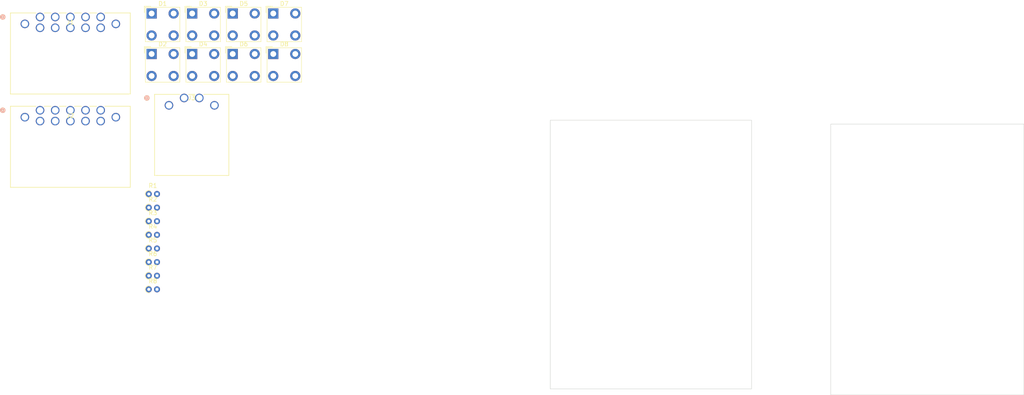
<source format=kicad_pcb>
(kicad_pcb (version 20221018) (generator pcbnew)
  (layers (0 "F.Cu" signal) (31 "B.Cu" signal) (34 "B.Paste" user) (35 "F.Paste" user) (36 "B.SilkS" user "B.Silkscreen") (37 "F.SilkS" user "F.Silkscreen") (38 "B.Mask" user) (39 "F.Mask" user) (44 "Edge.Cuts" user))
  (net 0 "")
  (net 1 "/Main Board/10P1")
  (net 2 "Net-(D1-A)")
  (net 3 "/Main Board/10P2")
  (net 4 "/Main Board/10P3")
  (net 5 "/Main Board/10P4")
  (net 6 "/Main Board/10P5")
  (net 7 "/Main Board/10P6")
  (net 8 "/Main Board/10P7")
  (net 9 "/Main Board/10P8")
  (net 10 "/Main Board/GND")
  (net 11 "/Connector Board/10P1")
  (net 12 "/Connector Board/10P2")
  (net 13 "/Connector Board/10P3")
  (net 14 "/Connector Board/10P4")
  (net 15 "/Connector Board/10P5")
  (net 16 "/Connector Board/10P6")
  (net 17 "/Connector Board/10P7")
  (net 18 "/Connector Board/10P8")
  (net 19 "/Connector Board/GND")
  (footprint "Resistor_THT:R_Axial_DIN0204_L3.6mm_D1.6mm_P1.90mm_Vertical" (layer "F.Cu") (at -56.6124 70.2353)
    (fp_text reference "R7" (at 0.95 -1.92) (layer "F.SilkS"))
    (fp_text value "R_Photo")
    (fp_arc (start 0.320095 0.749359) (mid -0.813042 -0.054435) (end 0.417133 -0.7) (stroke (width 0.12)) (layer "F.SilkS"))
    (pad "1" thru_hole circle (at 0 0) (size 1.4 1.4) (drill 0.7) (layers "*.Cu" "*.Mask") (net 17 "/Connector Board/10P7"))
    (pad "2" thru_hole oval (at 1.9 0) (size 1.4 1.4) (drill 0.7) (layers "*.Cu" "*.Mask") (net 19 "/Connector Board/GND"))
  )
  (footprint "Resistor_THT:R_Axial_DIN0204_L3.6mm_D1.6mm_P1.90mm_Vertical" (layer "F.Cu") (at -56.6124 51.3353)
    (fp_text reference "R1" (at 0.95 -1.92) (layer "F.SilkS"))
    (fp_text value "R_Photo")
    (fp_arc (start 0.320095 0.749359) (mid -0.813042 -0.054435) (end 0.417133 -0.7) (stroke (width 0.12)) (layer "F.SilkS"))
    (pad "1" thru_hole circle (at 0 0) (size 1.4 1.4) (drill 0.7) (layers "*.Cu" "*.Mask") (net 11 "/Connector Board/10P1"))
    (pad "2" thru_hole oval (at 1.9 0) (size 1.4 1.4) (drill 0.7) (layers "*.Cu" "*.Mask") (net 19 "/Connector Board/GND"))
  )
  (footprint "Resistor_THT:R_Axial_DIN0204_L3.6mm_D1.6mm_P1.90mm_Vertical" (layer "F.Cu") (at -56.6124 67.0853)
    (fp_text reference "R6" (at 0.95 -1.92) (layer "F.SilkS"))
    (fp_text value "R_Photo")
    (fp_arc (start 0.320095 0.749359) (mid -0.813042 -0.054435) (end 0.417133 -0.7) (stroke (width 0.12)) (layer "F.SilkS"))
    (pad "1" thru_hole circle (at 0 0) (size 1.4 1.4) (drill 0.7) (layers "*.Cu" "*.Mask") (net 16 "/Connector Board/10P6"))
    (pad "2" thru_hole oval (at 1.9 0) (size 1.4 1.4) (drill 0.7) (layers "*.Cu" "*.Mask") (net 19 "/Connector Board/GND"))
  )
  (footprint "Resistor_THT:R_Axial_DIN0204_L3.6mm_D1.6mm_P1.90mm_Vertical" (layer "F.Cu") (at -56.6124 63.9353)
    (fp_text reference "R5" (at 0.95 -1.92) (layer "F.SilkS"))
    (fp_text value "R_Photo")
    (fp_arc (start 0.320095 0.749359) (mid -0.813042 -0.054435) (end 0.417133 -0.7) (stroke (width 0.12)) (layer "F.SilkS"))
    (pad "1" thru_hole circle (at 0 0) (size 1.4 1.4) (drill 0.7) (layers "*.Cu" "*.Mask") (net 15 "/Connector Board/10P5"))
    (pad "2" thru_hole oval (at 1.9 0) (size 1.4 1.4) (drill 0.7) (layers "*.Cu" "*.Mask") (net 19 "/Connector Board/GND"))
  )
  (footprint "LED_THT:LED_BL-FL7680RGB" (layer "F.Cu") (at -27.8724 18.9753)
    (fp_text reference "D8" (at 2.54 -2.27) (layer "F.SilkS"))
    (fp_text value "LED")
    (fp_line (start -1.675 -1.675) (end -0.185 -1.675) (stroke (width 0.12)) (layer "F.SilkS"))
    (fp_line (start -1.675 -0.185) (end -1.675 -1.675) (stroke (width 0.12)) (layer "F.SilkS"))
    (fp_line (start -1.435 -1.435) (end -1.435 6.515) (stroke (width 0.12)) (layer "F.SilkS"))
    (fp_line (start -1.435 6.515) (end 6.515 6.515) (stroke (width 0.12)) (layer "F.SilkS"))
    (fp_line (start 6.515 -1.435) (end -1.435 -1.435) (stroke (width 0.12)) (layer "F.SilkS"))
    (fp_line (start 6.515 6.515) (end 6.515 -1.435) (stroke (width 0.12)) (layer "F.SilkS"))
    (pad "1" thru_hole rect (at 0 0) (size 2.35 2.35) (drill 1.35) (layers "*.Cu" "*.Mask") (net 9 "/Main Board/10P8"))
    (pad "2" thru_hole circle (at 0 5.08) (size 2.35 2.35) (drill 1.35) (layers "*.Cu" "*.Mask") (net 2 "Net-(D1-A)"))
    (pad "3" thru_hole circle (at 5.08 5.08) (size 2.35 2.35) (drill 1.35) (layers "*.Cu" "*.Mask"))
    (pad "4" thru_hole circle (at 5.08 0) (size 2.35 2.35) (drill 1.35) (layers "*.Cu" "*.Mask"))
  )
  (footprint "LED_THT:LED_BL-FL7680RGB" (layer "F.Cu") (at -55.9524 9.6153)
    (fp_text reference "D1" (at 2.54 -2.27) (layer "F.SilkS"))
    (fp_text value "LED")
    (fp_line (start -1.675 -1.675) (end -0.185 -1.675) (stroke (width 0.12)) (layer "F.SilkS"))
    (fp_line (start -1.675 -0.185) (end -1.675 -1.675) (stroke (width 0.12)) (layer "F.SilkS"))
    (fp_line (start -1.435 -1.435) (end -1.435 6.515) (stroke (width 0.12)) (layer "F.SilkS"))
    (fp_line (start -1.435 6.515) (end 6.515 6.515) (stroke (width 0.12)) (layer "F.SilkS"))
    (fp_line (start 6.515 -1.435) (end -1.435 -1.435) (stroke (width 0.12)) (layer "F.SilkS"))
    (fp_line (start 6.515 6.515) (end 6.515 -1.435) (stroke (width 0.12)) (layer "F.SilkS"))
    (pad "1" thru_hole rect (at 0 0) (size 2.35 2.35) (drill 1.35) (layers "*.Cu" "*.Mask") (net 1 "/Main Board/10P1"))
    (pad "2" thru_hole circle (at 0 5.08) (size 2.35 2.35) (drill 1.35) (layers "*.Cu" "*.Mask") (net 2 "Net-(D1-A)"))
    (pad "3" thru_hole circle (at 5.08 5.08) (size 2.35 2.35) (drill 1.35) (layers "*.Cu" "*.Mask"))
    (pad "4" thru_hole circle (at 5.08 0) (size 2.35 2.35) (drill 1.35) (layers "*.Cu" "*.Mask"))
  )
  (footprint "10 Pin:xw4m-10d2-h1ds" (layer "F.Cu") (at -81.714101 31.9817)
    (fp_text reference "J2" (at 7.000001 1.25 unlocked) (layer "F.SilkS"))
    (fp_text value "XW4M-10D2-H1DS")
    (fp_circle (center -8.608299 0) (end -8.227299 0) (stroke (width 0.508)) (fill none) (layer "B.SilkS"))
    (fp_line (start -6.830299 -0.927) (end -6.830299 17.8182) (stroke (width 0.1524)) (layer "F.SilkS"))
    (fp_line (start -6.830299 17.8182) (end 20.830301 17.8182) (stroke (width 0.1524)) (layer "F.SilkS"))
    (fp_line (start -0.944404 -0.927) (end -6.830299 -0.927) (stroke (width 0.1524)) (layer "F.SilkS"))
    (fp_line (start 2.555596 -0.927) (end 0.944405 -0.927) (stroke (width 0.1524)) (layer "F.SilkS"))
    (fp_line (start 6.055597 -0.927) (end 4.444405 -0.927) (stroke (width 0.1524)) (layer "F.SilkS"))
    (fp_line (start 9.555597 -0.927) (end 7.944406 -0.927) (stroke (width 0.1524)) (layer "F.SilkS"))
    (fp_line (start 13.055598 -0.927) (end 11.444407 -0.927) (stroke (width 0.1524)) (layer "F.SilkS"))
    (fp_line (start 20.830301 -0.927) (end 14.944407 -0.927) (stroke (width 0.1524)) (layer "F.SilkS"))
    (fp_line (start 20.830301 17.8182) (end 20.830301 -0.927) (stroke (width 0.1524)) (layer "F.SilkS"))
    (fp_circle (center -8.608299 0) (end -8.227299 0) (stroke (width 0.508)) (fill none) (layer "F.SilkS"))
    (pad "1" thru_hole circle (at 0 0) (size 1.9812 1.9812) (drill 1.4732) (layers "*.Cu" "*.Mask") (net 11 "/Connector Board/10P1"))
    (pad "2" thru_hole circle (at 3.500001 0) (size 1.9812 1.9812) (drill 1.4732) (layers "*.Cu" "*.Mask") (net 12 "/Connector Board/10P2"))
    (pad "3" thru_hole circle (at 7.000001 0) (size 1.9812 1.9812) (drill 1.4732) (layers "*.Cu" "*.Mask") (net 13 "/Connector Board/10P3"))
    (pad "4" thru_hole circle (at 10.500002 0) (size 1.9812 1.9812) (drill 1.4732) (layers "*.Cu" "*.Mask") (net 14 "/Connector Board/10P4"))
    (pad "5" thru_hole circle (at 14.000003 0) (size 1.9812 1.9812) (drill 1.4732) (layers "*.Cu" "*.Mask") (net 15 "/Connector Board/10P5"))
    (pad "6" thru_hole circle (at 0 2.5) (size 1.9812 1.9812) (drill 1.4732) (layers "*.Cu" "*.Mask") (net 16 "/Connector Board/10P6"))
    (pad "7" thru_hole circle (at 3.500001 2.5) (size 1.9812 1.9812) (drill 1.4732) (layers "*.Cu" "*.Mask") (net 17 "/Connector Board/10P7"))
    (pad "8" thru_hole circle (at 7.000001 2.5) (size 1.9812 1.9812) (drill 1.4732) (layers "*.Cu" "*.Mask") (net 18 "/Connector Board/10P8"))
    (pad "9" thru_hole circle (at 10.500002 2.5) (size 1.9812 1.9812) (drill 1.4732) (layers "*.Cu" "*.Mask") (net 19 "/Connector Board/GND"))
    (pad "10" thru_hole circle (at 14.000003 2.5) (size 1.9812 1.9812) (drill 1.4732) (layers "*.Cu" "*.Mask") (net 19 "/Connector Board/GND"))
    (pad "11" thru_hole circle (at -3.5 1.600012) (size 1.9812 1.9812) (drill 1.4732) (layers "*.Cu" "*.Mask"))
    (pad "12" thru_hole circle (at 17.500003 1.600012) (size 1.9812 1.9812) (drill 1.4732) (layers "*.Cu" "*.Mask"))
  )
  (footprint "LED_THT:LED_BL-FL7680RGB" (layer "F.Cu") (at -46.5924 9.6153)
    (fp_text reference "D3" (at 2.54 -2.27) (layer "F.SilkS"))
    (fp_text value "LED")
    (fp_line (start -1.675 -1.675) (end -0.185 -1.675) (stroke (width 0.12)) (layer "F.SilkS"))
    (fp_line (start -1.675 -0.185) (end -1.675 -1.675) (stroke (width 0.12)) (layer "F.SilkS"))
    (fp_line (start -1.435 -1.435) (end -1.435 6.515) (stroke (width 0.12)) (layer "F.SilkS"))
    (fp_line (start -1.435 6.515) (end 6.515 6.515) (stroke (width 0.12)) (layer "F.SilkS"))
    (fp_line (start 6.515 -1.435) (end -1.435 -1.435) (stroke (width 0.12)) (layer "F.SilkS"))
    (fp_line (start 6.515 6.515) (end 6.515 -1.435) (stroke (width 0.12)) (layer "F.SilkS"))
    (pad "1" thru_hole rect (at 0 0) (size 2.35 2.35) (drill 1.35) (layers "*.Cu" "*.Mask") (net 4 "/Main Board/10P3"))
    (pad "2" thru_hole circle (at 0 5.08) (size 2.35 2.35) (drill 1.35) (layers "*.Cu" "*.Mask") (net 2 "Net-(D1-A)"))
    (pad "3" thru_hole circle (at 5.08 5.08) (size 2.35 2.35) (drill 1.35) (layers "*.Cu" "*.Mask"))
    (pad "4" thru_hole circle (at 5.08 0) (size 2.35 2.35) (drill 1.35) (layers "*.Cu" "*.Mask"))
  )
  (footprint "Resistor_THT:R_Axial_DIN0204_L3.6mm_D1.6mm_P1.90mm_Vertical" (layer "F.Cu") (at -56.6124 54.4853)
    (fp_text reference "R2" (at 0.95 -1.92) (layer "F.SilkS"))
    (fp_text value "R_Photo")
    (fp_arc (start 0.320095 0.749359) (mid -0.813042 -0.054435) (end 0.417133 -0.7) (stroke (width 0.12)) (layer "F.SilkS"))
    (pad "1" thru_hole circle (at 0 0) (size 1.4 1.4) (drill 0.7) (layers "*.Cu" "*.Mask") (net 12 "/Connector Board/10P2"))
    (pad "2" thru_hole oval (at 1.9 0) (size 1.4 1.4) (drill 0.7) (layers "*.Cu" "*.Mask") (net 19 "/Connector Board/GND"))
  )
  (footprint "LED_THT:LED_BL-FL7680RGB" (layer "F.Cu") (at -27.8724 9.6153)
    (fp_text reference "D7" (at 2.54 -2.27) (layer "F.SilkS"))
    (fp_text value "LED")
    (fp_line (start -1.675 -1.675) (end -0.185 -1.675) (stroke (width 0.12)) (layer "F.SilkS"))
    (fp_line (start -1.675 -0.185) (end -1.675 -1.675) (stroke (width 0.12)) (layer "F.SilkS"))
    (fp_line (start -1.435 -1.435) (end -1.435 6.515) (stroke (width 0.12)) (layer "F.SilkS"))
    (fp_line (start -1.435 6.515) (end 6.515 6.515) (stroke (width 0.12)) (layer "F.SilkS"))
    (fp_line (start 6.515 -1.435) (end -1.435 -1.435) (stroke (width 0.12)) (layer "F.SilkS"))
    (fp_line (start 6.515 6.515) (end 6.515 -1.435) (stroke (width 0.12)) (layer "F.SilkS"))
    (pad "1" thru_hole rect (at 0 0) (size 2.35 2.35) (drill 1.35) (layers "*.Cu" "*.Mask") (net 8 "/Main Board/10P7"))
    (pad "2" thru_hole circle (at 0 5.08) (size 2.35 2.35) (drill 1.35) (layers "*.Cu" "*.Mask") (net 2 "Net-(D1-A)"))
    (pad "3" thru_hole circle (at 5.08 5.08) (size 2.35 2.35) (drill 1.35) (layers "*.Cu" "*.Mask"))
    (pad "4" thru_hole circle (at 5.08 0) (size 2.35 2.35) (drill 1.35) (layers "*.Cu" "*.Mask"))
  )
  (footprint "Resistor_THT:R_Axial_DIN0204_L3.6mm_D1.6mm_P1.90mm_Vertical" (layer "F.Cu") (at -56.6124 60.7853)
    (fp_text reference "R4" (at 0.95 -1.92) (layer "F.SilkS"))
    (fp_text value "R_Photo")
    (fp_arc (start 0.320095 0.749359) (mid -0.813042 -0.054435) (end 0.417133 -0.7) (stroke (width 0.12)) (layer "F.SilkS"))
    (pad "1" thru_hole circle (at 0 0) (size 1.4 1.4) (drill 0.7) (layers "*.Cu" "*.Mask") (net 14 "/Connector Board/10P4"))
    (pad "2" thru_hole oval (at 1.9 0) (size 1.4 1.4) (drill 0.7) (layers "*.Cu" "*.Mask") (net 19 "/Connector Board/GND"))
  )
  (footprint "10 Pin:xw4m-10d2-h1ds" (layer "F.Cu") (at -81.714101 10.4203)
    (fp_text reference "J1" (at 7.000001 1.25 unlocked) (layer "F.SilkS"))
    (fp_text value "XW4M-10D2-H1DS")
    (fp_circle (center -8.608299 0) (end -8.227299 0) (stroke (width 0.508)) (fill none) (layer "B.SilkS"))
    (fp_line (start -6.830299 -0.927) (end -6.830299 17.8182) (stroke (width 0.1524)) (layer "F.SilkS"))
    (fp_line (start -6.830299 17.8182) (end 20.830301 17.8182) (stroke (width 0.1524)) (layer "F.SilkS"))
    (fp_line (start -0.944404 -0.927) (end -6.830299 -0.927) (stroke (width 0.1524)) (layer "F.SilkS"))
    (fp_line (start 2.555596 -0.927) (end 0.944405 -0.927) (stroke (width 0.1524)) (layer "F.SilkS"))
    (fp_line (start 6.055597 -0.927) (end 4.444405 -0.927) (stroke (width 0.1524)) (layer "F.SilkS"))
    (fp_line (start 9.555597 -0.927) (end 7.944406 -0.927) (stroke (width 0.1524)) (layer "F.SilkS"))
    (fp_line (start 13.055598 -0.927) (end 11.444407 -0.927) (stroke (width 0.1524)) (layer "F.SilkS"))
    (fp_line (start 20.830301 -0.927) (end 14.944407 -0.927) (stroke (width 0.1524)) (layer "F.SilkS"))
    (fp_line (start 20.830301 17.8182) (end 20.830301 -0.927) (stroke (width 0.1524)) (layer "F.SilkS"))
    (fp_circle (center -8.608299 0) (end -8.227299 0) (stroke (width 0.508)) (fill none) (layer "F.SilkS"))
    (pad "1" thru_hole circle (at 0 0) (size 1.9812 1.9812) (drill 1.4732) (layers "*.Cu" "*.Mask") (net 1 "/Main Board/10P1"))
    (pad "2" thru_hole circle (at 3.500001 0) (size 1.9812 1.9812) (drill 1.4732) (layers "*.Cu" "*.Mask") (net 3 "/Main Board/10P2"))
    (pad "3" thru_hole circle (at 7.000001 0) (size 1.9812 1.9812) (drill 1.4732) (layers "*.Cu" "*.Mask") (net 4 "/Main Board/10P3"))
    (pad "4" thru_hole circle (at 10.500002 0) (size 1.9812 1.9812) (drill 1.4732) (layers "*.Cu" "*.Mask") (net 5 "/Main Board/10P4"))
    (pad "5" thru_hole circle (at 14.000003 0) (size 1.9812 1.9812) (drill 1.4732) (layers "*.Cu" "*.Mask") (net 6 "/Main Board/10P5"))
    (pad "6" thru_hole circle (at 0 2.5) (size 1.9812 1.9812) (drill 1.4732) (layers "*.Cu" "*.Mask") (net 7 "/Main Board/10P6"))
    (pad "7" thru_hole circle (at 3.500001 2.5) (size 1.9812 1.9812) (drill 1.4732) (layers "*.Cu" "*.Mask") (net 8 "/Main Board/10P7"))
    (pad "8" thru_hole circle (at 7.000001 2.5) (size 1.9812 1.9812) (drill 1.4732) (layers "*.Cu" "*.Mask") (net 9 "/Main Board/10P8"))
    (pad "9" thru_hole circle (at 10.500002 2.5) (size 1.9812 1.9812) (drill 1.4732) (layers "*.Cu" "*.Mask") (net 10 "/Main Board/GND"))
    (pad "10" thru_hole circle (at 14.000003 2.5) (size 1.9812 1.9812) (drill 1.4732) (layers "*.Cu" "*.Mask") (net 10 "/Main Board/GND"))
    (pad "11" thru_hole circle (at -3.5 1.600012) (size 1.9812 1.9812) (drill 1.4732) (layers "*.Cu" "*.Mask"))
    (pad "12" thru_hole circle (at 17.500003 1.600012) (size 1.9812 1.9812) (drill 1.4732) (layers "*.Cu" "*.Mask"))
  )
  (footprint "LED_THT:LED_BL-FL7680RGB" (layer "F.Cu") (at -37.2324 18.9753)
    (fp_text reference "D6" (at 2.54 -2.27) (layer "F.SilkS"))
    (fp_text value "LED")
    (fp_line (start -1.675 -1.675) (end -0.185 -1.675) (stroke (width 0.12)) (layer "F.SilkS"))
    (fp_line (start -1.675 -0.185) (end -1.675 -1.675) (stroke (width 0.12)) (layer "F.SilkS"))
    (fp_line (start -1.435 -1.435) (end -1.435 6.515) (stroke (width 0.12)) (layer "F.SilkS"))
    (fp_line (start -1.435 6.515) (end 6.515 6.515) (stroke (width 0.12)) (layer "F.SilkS"))
    (fp_line (start 6.515 -1.435) (end -1.435 -1.435) (stroke (width 0.12)) (layer "F.SilkS"))
    (fp_line (start 6.515 6.515) (end 6.515 -1.435) (stroke (width 0.12)) (layer "F.SilkS"))
    (pad "1" thru_hole rect (at 0 0) (size 2.35 2.35) (drill 1.35) (layers "*.Cu" "*.Mask") (net 7 "/Main Board/10P6"))
    (pad "2" thru_hole circle (at 0 5.08) (size 2.35 2.35) (drill 1.35) (layers "*.Cu" "*.Mask") (net 2 "Net-(D1-A)"))
    (pad "3" thru_hole circle (at 5.08 5.08) (size 2.35 2.35) (drill 1.35) (layers "*.Cu" "*.Mask"))
    (pad "4" thru_hole circle (at 5.08 0) (size 2.35 2.35) (drill 1.35) (layers "*.Cu" "*.Mask"))
  )
  (footprint "LED_THT:LED_BL-FL7680RGB" (layer "F.Cu") (at -37.2324 9.6153)
    (fp_text reference "D5" (at 2.54 -2.27) (layer "F.SilkS"))
    (fp_text value "LED")
    (fp_line (start -1.675 -1.675) (end -0.185 -1.675) (stroke (width 0.12)) (layer "F.SilkS"))
    (fp_line (start -1.675 -0.185) (end -1.675 -1.675) (stroke (width 0.12)) (layer "F.SilkS"))
    (fp_line (start -1.435 -1.435) (end -1.435 6.515) (stroke (width 0.12)) (layer "F.SilkS"))
    (fp_line (start -1.435 6.515) (end 6.515 6.515) (stroke (width 0.12)) (layer "F.SilkS"))
    (fp_line (start 6.515 -1.435) (end -1.435 -1.435) (stroke (width 0.12)) (layer "F.SilkS"))
    (fp_line (start 6.515 6.515) (end 6.515 -1.435) (stroke (width 0.12)) (layer "F.SilkS"))
    (pad "1" thru_hole rect (at 0 0) (size 2.35 2.35) (drill 1.35) (layers "*.Cu" "*.Mask") (net 6 "/Main Board/10P5"))
    (pad "2" thru_hole circle (at 0 5.08) (size 2.35 2.35) (drill 1.35) (layers "*.Cu" "*.Mask") (net 2 "Net-(D1-A)"))
    (pad "3" thru_hole circle (at 5.08 5.08) (size 2.35 2.35) (drill 1.35) (layers "*.Cu" "*.Mask"))
    (pad "4" thru_hole circle (at 5.08 0) (size 2.35 2.35) (drill 1.35) (layers "*.Cu" "*.Mask"))
  )
  (footprint "LED_THT:LED_BL-FL7680RGB" (layer "F.Cu") (at -55.9524 18.9753)
    (fp_text reference "D2" (at 2.54 -2.27) (layer "F.SilkS"))
    (fp_text value "LED")
    (fp_line (start -1.675 -1.675) (end -0.185 -1.675) (stroke (width 0.12)) (layer "F.SilkS"))
    (fp_line (start -1.675 -0.185) (end -1.675 -1.675) (stroke (width 0.12)) (layer "F.SilkS"))
    (fp_line (start -1.435 -1.435) (end -1.435 6.515) (stroke (width 0.12)) (layer "F.SilkS"))
    (fp_line (start -1.435 6.515) (end 6.515 6.515) (stroke (width 0.12)) (layer "F.SilkS"))
    (fp_line (start 6.515 -1.435) (end -1.435 -1.435) (stroke (width 0.12)) (layer "F.SilkS"))
    (fp_line (start 6.515 6.515) (end 6.515 -1.435) (stroke (width 0.12)) (layer "F.SilkS"))
    (pad "1" thru_hole rect (at 0 0) (size 2.35 2.35) (drill 1.35) (layers "*.Cu" "*.Mask") (net 3 "/Main Board/10P2"))
    (pad "2" thru_hole circle (at 0 5.08) (size 2.35 2.35) (drill 1.35) (layers "*.Cu" "*.Mask") (net 2 "Net-(D1-A)"))
    (pad "3" thru_hole circle (at 5.08 5.08) (size 2.35 2.35) (drill 1.35) (layers "*.Cu" "*.Mask"))
    (pad "4" thru_hole circle (at 5.08 0) (size 2.35 2.35) (drill 1.35) (layers "*.Cu" "*.Mask"))
  )
  (footprint "LED_THT:LED_BL-FL7680RGB" (layer "F.Cu") (at -46.5924 18.9753)
    (fp_text reference "D4" (at 2.54 -2.27) (layer "F.SilkS"))
    (fp_text value "LED")
    (fp_line (start -1.675 -1.675) (end -0.185 -1.675) (stroke (width 0.12)) (layer "F.SilkS"))
    (fp_line (start -1.675 -0.185) (end -1.675 -1.675) (stroke (width 0.12)) (layer "F.SilkS"))
    (fp_line (start -1.435 -1.435) (end -1.435 6.515) (stroke (width 0.12)) (layer "F.SilkS"))
    (fp_line (start -1.435 6.515) (end 6.515 6.515) (stroke (width 0.12)) (layer "F.SilkS"))
    (fp_line (start 6.515 -1.435) (end -1.435 -1.435) (stroke (width 0.12)) (layer "F.SilkS"))
    (fp_line (start 6.515 6.515) (end 6.515 -1.435) (stroke (width 0.12)) (layer "F.SilkS"))
    (pad "1" thru_hole rect (at 0 0) (size 2.35 2.35) (drill 1.35) (layers "*.Cu" "*.Mask") (net 5 "/Main Board/10P4"))
    (pad "2" thru_hole circle (at 0 5.08) (size 2.35 2.35) (drill 1.35) (layers "*.Cu" "*.Mask") (net 2 "Net-(D1-A)"))
    (pad "3" thru_hole circle (at 5.08 5.08) (size 2.35 2.35) (drill 1.35) (layers "*.Cu" "*.Mask"))
    (pad "4" thru_hole circle (at 5.08 0) (size 2.35 2.35) (drill 1.35) (layers "*.Cu" "*.Mask"))
  )
  (footprint "2 Pin:xw4m-02d1-h1da" (layer "F.Cu") (at -48.4519 29.1403)
    (fp_text reference "J3" (at 1.75 0 unlocked) (layer "F.SilkS"))
    (fp_text value "XW4M-02D1-H1DA")
    (fp_circle (center -8.6005 0) (end -8.2195 0) (stroke (width 0.508)) (fill none) (layer "B.SilkS"))
    (fp_line (start -6.8225 -0.827) (end -6.8225 17.918199) (stroke (width 0.1524)) (layer "F.SilkS"))
    (fp_line (start -6.8225 17.918199) (end 10.3225 17.918199) (stroke (width 0.1524)) (layer "F.SilkS"))
    (fp_line (start -1.033103 -0.827) (end -6.8225 -0.827) (stroke (width 0.1524)) (layer "F.SilkS"))
    (fp_line (start 2.4669 -0.827) (end 1.033101 -0.827) (stroke (width 0.1524)) (layer "F.SilkS"))
    (fp_line (start 10.3225 -0.827) (end 4.533104 -0.827) (stroke (width 0.1524)) (layer "F.SilkS"))
    (fp_line (start 10.3225 17.918199) (end 10.3225 -0.827) (stroke (width 0.1524)) (layer "F.SilkS"))
    (fp_circle (center -8.6005 0) (end -8.2195 0) (stroke (width 0.508)) (fill none) (layer "F.SilkS"))
    (pad "1" thru_hole circle (at 0 0) (size 1.9812 1.9812) (drill 1.4732) (layers "*.Cu" "*.Mask") (net 10 "/Main Board/GND"))
    (pad "2" thru_hole circle (at 3.500002 0) (size 1.9812 1.9812) (drill 1.4732) (layers "*.Cu" "*.Mask") (net 2 "Net-(D1-A)"))
    (pad "3" thru_hole circle (at -3.499999 1.699999) (size 1.9812 1.9812) (drill 1.4732) (layers "*.Cu" "*.Mask"))
    (pad "4" thru_hole circle (at 7 1.699999) (size 1.9812 1.9812) (drill 1.4732) (layers "*.Cu" "*.Mask"))
  )
  (footprint "Resistor_THT:R_Axial_DIN0204_L3.6mm_D1.6mm_P1.90mm_Vertical" (layer "F.Cu") (at -56.6124 73.3853)
    (fp_text reference "R8" (at 0.95 -1.92) (layer "F.SilkS"))
    (fp_text value "R_Photo")
    (fp_arc (start 0.320095 0.749359) (mid -0.813042 -0.054435) (end 0.417133 -0.7) (stroke (width 0.12)) (layer "F.SilkS"))
    (pad "1" thru_hole circle (at 0 0) (size 1.4 1.4) (drill 0.7) (layers "*.Cu" "*.Mask") (net 18 "/Connector Board/10P8"))
    (pad "2" thru_hole oval (at 1.9 0) (size 1.4 1.4) (drill 0.7) (layers "*.Cu" "*.Mask") (net 19 "/Connector Board/GND"))
  )
  (footprint "Resistor_THT:R_Axial_DIN0204_L3.6mm_D1.6mm_P1.90mm_Vertical" (layer "F.Cu") (at -56.6124 57.6353)
    (fp_text reference "R3" (at 0.95 -1.92) (layer "F.SilkS"))
    (fp_text value "R_Photo")
    (fp_arc (start 0.320095 0.749359) (mid -0.813042 -0.054435) (end 0.417133 -0.7) (stroke (width 0.12)) (layer "F.SilkS"))
    (pad "1" thru_hole circle (at 0 0) (size 1.4 1.4) (drill 0.7) (layers "*.Cu" "*.Mask") (net 13 "/Connector Board/10P3"))
    (pad "2" thru_hole oval (at 1.9 0) (size 1.4 1.4) (drill 0.7) (layers "*.Cu" "*.Mask") (net 19 "/Connector Board/GND"))
  )
  (gr_rect (start 100.838 35.179) (end 145.415 97.79) (stroke (width 0.1)) (fill none) (layer "Edge.Cuts"))
  (gr_rect (start 36.068 34.29) (end 82.55 96.393) (stroke (width 0.1)) (fill none) (layer "Edge.Cuts"))
)
</source>
